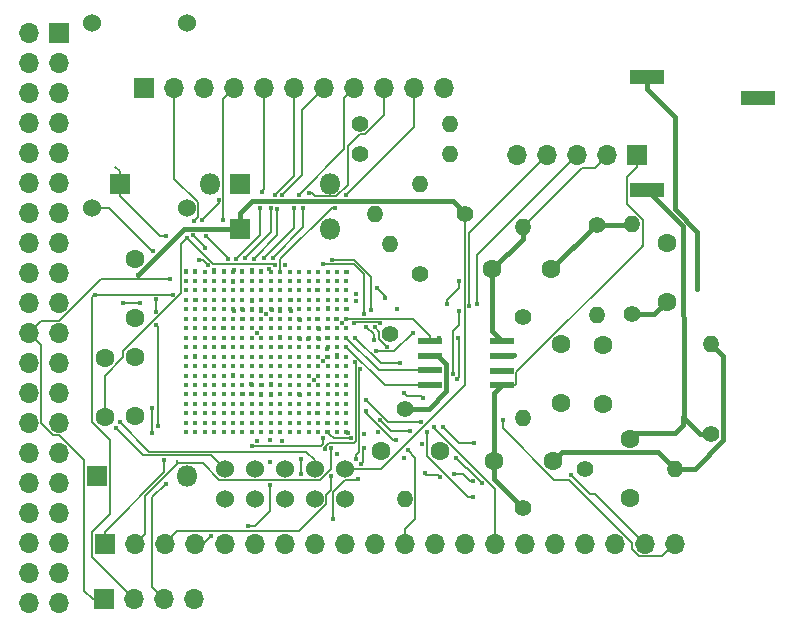
<source format=gbr>
%TF.GenerationSoftware,KiCad,Pcbnew,5.1.5+dfsg1-2build2*%
%TF.CreationDate,2021-11-19T00:53:45-06:00*%
%TF.ProjectId,Audio_Dac_I2S,41756469-6f5f-4446-9163-5f4932532e6b,rev?*%
%TF.SameCoordinates,Original*%
%TF.FileFunction,Copper,L1,Top*%
%TF.FilePolarity,Positive*%
%FSLAX46Y46*%
G04 Gerber Fmt 4.6, Leading zero omitted, Abs format (unit mm)*
G04 Created by KiCad (PCBNEW 5.1.5+dfsg1-2build2) date 2021-11-19 00:53:45*
%MOMM*%
%LPD*%
G04 APERTURE LIST*
%TA.AperFunction,ComponentPad*%
%ADD10O,1.700000X1.700000*%
%TD*%
%TA.AperFunction,ComponentPad*%
%ADD11R,1.700000X1.700000*%
%TD*%
%TA.AperFunction,SMDPad,CuDef*%
%ADD12R,3.000000X1.250000*%
%TD*%
%TA.AperFunction,SMDPad,CuDef*%
%ADD13R,2.000000X0.600000*%
%TD*%
%TA.AperFunction,ComponentPad*%
%ADD14O,1.400000X1.400000*%
%TD*%
%TA.AperFunction,ComponentPad*%
%ADD15C,1.400000*%
%TD*%
%TA.AperFunction,ComponentPad*%
%ADD16C,1.524000*%
%TD*%
%TA.AperFunction,BGAPad,CuDef*%
%ADD17C,0.450000*%
%TD*%
%TA.AperFunction,ComponentPad*%
%ADD18O,1.800000X1.800000*%
%TD*%
%TA.AperFunction,ComponentPad*%
%ADD19R,1.800000X1.800000*%
%TD*%
%TA.AperFunction,ComponentPad*%
%ADD20C,1.600000*%
%TD*%
%TA.AperFunction,ViaPad*%
%ADD21C,0.400000*%
%TD*%
%TA.AperFunction,Conductor*%
%ADD22C,0.400000*%
%TD*%
%TA.AperFunction,Conductor*%
%ADD23C,0.127000*%
%TD*%
G04 APERTURE END LIST*
D10*
%TO.P,PI_OUT1,4*%
%TO.N,DATA*%
X195554600Y-92349320D03*
%TO.P,PI_OUT1,3*%
%TO.N,EN*%
X193014600Y-92349320D03*
%TO.P,PI_OUT1,2*%
%TO.N,INTERR*%
X190474600Y-92349320D03*
D11*
%TO.P,PI_OUT1,1*%
%TO.N,DCLK*%
X187934600Y-92349320D03*
%TD*%
D10*
%TO.P,J2,11*%
%TO.N,GND*%
X216715340Y-49072800D03*
%TO.P,J2,10*%
%TO.N,h1*%
X214175340Y-49072800D03*
%TO.P,J2,9*%
%TO.N,j1*%
X211635340Y-49072800D03*
%TO.P,J2,8*%
%TO.N,k1*%
X209095340Y-49072800D03*
%TO.P,J2,7*%
%TO.N,l1*%
X206555340Y-49072800D03*
%TO.P,J2,6*%
%TO.N,m1*%
X204015340Y-49072800D03*
%TO.P,J2,5*%
%TO.N,n1*%
X201475340Y-49072800D03*
%TO.P,J2,4*%
%TO.N,r1*%
X198935340Y-49072800D03*
%TO.P,J2,3*%
%TO.N,p1*%
X196395340Y-49072800D03*
%TO.P,J2,2*%
%TO.N,u1*%
X193855340Y-49072800D03*
D11*
%TO.P,J2,1*%
%TO.N,GND*%
X191315340Y-49072800D03*
%TD*%
D10*
%TO.P,DBG1,5*%
%TO.N,SDATA*%
X222862140Y-54772560D03*
%TO.P,DBG1,4*%
%TO.N,LRCK*%
X225402140Y-54772560D03*
%TO.P,DBG1,3*%
%TO.N,MCLK*%
X227942140Y-54772560D03*
%TO.P,DBG1,2*%
%TO.N,Net-(C2-Pad2)*%
X230482140Y-54772560D03*
D11*
%TO.P,DBG1,1*%
%TO.N,Net-(C4-Pad2)*%
X233022140Y-54772560D03*
%TD*%
D12*
%TO.P,U2,3*%
%TO.N,Net-(C7-Pad2)*%
X233830000Y-57665000D03*
%TO.P,U2,2*%
%TO.N,Net-(C6-Pad1)*%
X233860000Y-48085000D03*
%TO.P,U2,1*%
%TO.N,GND*%
X243230000Y-49925000D03*
%TD*%
D13*
%TO.P,U1,5*%
%TO.N,Net-(C4-Pad2)*%
X221575000Y-74210000D03*
%TO.P,U1,6*%
%TO.N,GND*%
X221575000Y-72985000D03*
%TO.P,U1,7*%
%TO.N,5Vin*%
X221575000Y-71735000D03*
%TO.P,U1,8*%
%TO.N,Net-(C2-Pad2)*%
X221575000Y-70460000D03*
%TO.P,U1,4*%
%TO.N,MCLK*%
X215500000Y-74235000D03*
%TO.P,U1,3*%
%TO.N,LRCK*%
X215500000Y-72960000D03*
%TO.P,U1,2*%
%TO.N,Net-(R1-Pad1)*%
X215475000Y-71710000D03*
%TO.P,U1,1*%
%TO.N,SDATA*%
X215500000Y-70460000D03*
%TD*%
D14*
%TO.P,R13,2*%
%TO.N,Net-(C4-Pad1)*%
X239306000Y-70739000D03*
D15*
%TO.P,R13,1*%
%TO.N,Net-(C7-Pad2)*%
X239306000Y-78359000D03*
%TD*%
D14*
%TO.P,10k,2*%
%TO.N,Net-(C2-Pad1)*%
X232590000Y-60610000D03*
D15*
%TO.P,10k,1*%
%TO.N,Net-(C6-Pad1)*%
X232590000Y-68230000D03*
%TD*%
D14*
%TO.P,R11,2*%
%TO.N,Net-(C4-Pad1)*%
X236220000Y-81280000D03*
D15*
%TO.P,R11,1*%
%TO.N,GND*%
X228600000Y-81280000D03*
%TD*%
D14*
%TO.P,10k,2*%
%TO.N,GND*%
X229600000Y-68280000D03*
D15*
%TO.P,10k,1*%
%TO.N,Net-(C2-Pad1)*%
X229600000Y-60660000D03*
%TD*%
D14*
%TO.P,R9,2*%
%TO.N,GND*%
X223370000Y-76990000D03*
D15*
%TO.P,R9,1*%
%TO.N,Net-(C4-Pad2)*%
X223370000Y-84610000D03*
%TD*%
D14*
%TO.P,267k,2*%
%TO.N,Net-(C2-Pad2)*%
X223340000Y-60840000D03*
D15*
%TO.P,267k,1*%
%TO.N,GND*%
X223340000Y-68460000D03*
%TD*%
D14*
%TO.P,R7,2*%
%TO.N,V3.3*%
X214630000Y-57150000D03*
D15*
%TO.P,R7,1*%
%TO.N,Net-(IC1-PadH8)*%
X214630000Y-64770000D03*
%TD*%
D14*
%TO.P,R6,2*%
%TO.N,V3.3*%
X217170000Y-54610000D03*
D15*
%TO.P,R6,1*%
%TO.N,Net-(IC1-PadG8)*%
X209550000Y-54610000D03*
%TD*%
D14*
%TO.P,R4,2*%
%TO.N,GND*%
X210820000Y-59690000D03*
D15*
%TO.P,R4,1*%
%TO.N,tck*%
X218440000Y-59690000D03*
%TD*%
D14*
%TO.P,R3,2*%
%TO.N,GND*%
X212090000Y-62230000D03*
D15*
%TO.P,R3,1*%
%TO.N,Net-(IC1-PadG9)*%
X212090000Y-69850000D03*
%TD*%
D14*
%TO.P,R2,2*%
%TO.N,V3.3*%
X217170000Y-52070000D03*
D15*
%TO.P,R2,1*%
%TO.N,Net-(IC1-PadH9)*%
X209550000Y-52070000D03*
%TD*%
D14*
%TO.P,R1,2*%
%TO.N,GND*%
X213360000Y-83820000D03*
D15*
%TO.P,R1,1*%
%TO.N,Net-(R1-Pad1)*%
X213360000Y-76200000D03*
%TD*%
D16*
%TO.P,J14,2*%
%TO.N,GND*%
X198120000Y-83820000D03*
%TO.P,J14,9*%
%TO.N,tdi*%
X198120000Y-81280000D03*
%TO.P,J14,8*%
%TO.N,Net-(J14-Pad8)*%
X200660000Y-83820000D03*
%TO.P,J14,7*%
%TO.N,Net-(J14-Pad7)*%
X200660000Y-81280000D03*
%TO.P,J14,6*%
%TO.N,Net-(J14-Pad6)*%
X203200000Y-83820000D03*
%TO.P,J14,5*%
%TO.N,tms*%
X203200000Y-81280000D03*
%TO.P,J14,4*%
%TO.N,V3.3*%
X205740000Y-83820000D03*
%TO.P,J14,3*%
%TO.N,tdo*%
X205740000Y-81280000D03*
%TO.P,J14,2*%
%TO.N,GND*%
X208280000Y-83820000D03*
%TO.P,J14,1*%
%TO.N,tck*%
X208280000Y-81280000D03*
%TD*%
D10*
%TO.P,J3,20*%
%TO.N,e5*%
X236220000Y-87630000D03*
%TO.P,J3,19*%
%TO.N,e4*%
X233680000Y-87630000D03*
%TO.P,J3,18*%
%TO.N,d18*%
X231140000Y-87630000D03*
%TO.P,J3,17*%
%TO.N,d17*%
X228600000Y-87630000D03*
%TO.P,J3,16*%
%TO.N,d16*%
X226060000Y-87630000D03*
%TO.P,J3,15*%
%TO.N,d15*%
X223520000Y-87630000D03*
%TO.P,J3,14*%
%TO.N,d8*%
X220980000Y-87630000D03*
%TO.P,J3,13*%
%TO.N,d7*%
X218440000Y-87630000D03*
%TO.P,J3,12*%
%TO.N,d6*%
X215900000Y-87630000D03*
%TO.P,J3,11*%
%TO.N,d5*%
X213360000Y-87630000D03*
%TO.P,J3,10*%
%TO.N,d4*%
X210820000Y-87630000D03*
%TO.P,J3,9*%
%TO.N,GND*%
X208280000Y-87630000D03*
%TO.P,J3,8*%
%TO.N,c18*%
X205740000Y-87630000D03*
%TO.P,J3,7*%
%TO.N,c17*%
X203200000Y-87630000D03*
%TO.P,J3,6*%
%TO.N,c10*%
X200660000Y-87630000D03*
%TO.P,J3,5*%
%TO.N,c9*%
X198120000Y-87630000D03*
%TO.P,J3,4*%
%TO.N,c8*%
X195580000Y-87630000D03*
%TO.P,J3,3*%
%TO.N,c7*%
X193040000Y-87630000D03*
%TO.P,J3,2*%
%TO.N,c6*%
X190500000Y-87630000D03*
D11*
%TO.P,J3,1*%
%TO.N,c5*%
X187960000Y-87630000D03*
%TD*%
D10*
%TO.P,J1,40*%
%TO.N,DATA*%
X181540000Y-92660000D03*
%TO.P,J1,39*%
%TO.N,GND*%
X184080000Y-92660000D03*
%TO.P,J1,26*%
%TO.N,Net-(J1-Pad26)*%
X181540000Y-74880000D03*
%TO.P,J1,25*%
%TO.N,GND*%
X184080000Y-74880000D03*
%TO.P,J1,22*%
%TO.N,DCLK*%
X181540000Y-69800000D03*
%TO.P,J1,21*%
%TO.N,Net-(J1-Pad21)*%
X184080000Y-69800000D03*
%TO.P,J1,30*%
%TO.N,GND*%
X181540000Y-79960000D03*
%TO.P,J1,29*%
%TO.N,Net-(J1-Pad29)*%
X184080000Y-79960000D03*
%TO.P,J1,8*%
%TO.N,Net-(J1-Pad8)*%
X181540000Y-52020000D03*
%TO.P,J1,7*%
%TO.N,Net-(J1-Pad7)*%
X184080000Y-52020000D03*
%TO.P,J1,32*%
%TO.N,Net-(J1-Pad32)*%
X181540000Y-82500000D03*
%TO.P,J1,31*%
%TO.N,Net-(J1-Pad31)*%
X184080000Y-82500000D03*
%TO.P,J1,18*%
%TO.N,INTERR*%
X181540000Y-64720000D03*
%TO.P,J1,17*%
%TO.N,V3.3*%
X184080000Y-64720000D03*
%TO.P,J1,36*%
%TO.N,Net-(J1-Pad36)*%
X181540000Y-87580000D03*
%TO.P,J1,35*%
%TO.N,Net-(J1-Pad35)*%
X184080000Y-87580000D03*
%TO.P,J1,34*%
%TO.N,GND*%
X181540000Y-85040000D03*
%TO.P,J1,33*%
%TO.N,Net-(J1-Pad33)*%
X184080000Y-85040000D03*
%TO.P,J1,38*%
%TO.N,Net-(J1-Pad38)*%
X181540000Y-90120000D03*
%TO.P,J1,37*%
%TO.N,Net-(J1-Pad37)*%
X184080000Y-90120000D03*
%TO.P,J1,20*%
%TO.N,GND*%
X181540000Y-67260000D03*
%TO.P,J1,19*%
%TO.N,Net-(J1-Pad19)*%
X184080000Y-67260000D03*
%TO.P,J1,10*%
%TO.N,Net-(J1-Pad10)*%
X181540000Y-54560000D03*
%TO.P,J1,9*%
%TO.N,GND*%
X184080000Y-54560000D03*
%TO.P,J1,14*%
X181540000Y-59640000D03*
%TO.P,J1,13*%
%TO.N,Net-(J1-Pad13)*%
X184080000Y-59640000D03*
%TO.P,J1,28*%
%TO.N,Net-(J1-Pad28)*%
X181540000Y-77420000D03*
%TO.P,J1,27*%
%TO.N,Net-(J1-Pad27)*%
X184080000Y-77420000D03*
%TO.P,J1,12*%
%TO.N,Net-(J1-Pad12)*%
X181540000Y-57100000D03*
%TO.P,J1,11*%
%TO.N,Net-(J1-Pad11)*%
X184080000Y-57100000D03*
%TO.P,J1,24*%
%TO.N,Net-(J1-Pad24)*%
X181540000Y-72340000D03*
%TO.P,J1,23*%
%TO.N,Net-(J1-Pad23)*%
X184080000Y-72340000D03*
D11*
%TO.P,J1,1*%
%TO.N,Net-(J1-Pad1)*%
X184080000Y-44400000D03*
D10*
%TO.P,J1,2*%
%TO.N,5Vin*%
X181540000Y-44400000D03*
%TO.P,J1,5*%
%TO.N,Net-(J1-Pad5)*%
X184080000Y-49480000D03*
%TO.P,J1,4*%
%TO.N,Net-(J1-Pad4)*%
X181540000Y-46940000D03*
%TO.P,J1,16*%
%TO.N,EN*%
X181540000Y-62180000D03*
%TO.P,J1,15*%
%TO.N,Net-(J1-Pad15)*%
X184080000Y-62180000D03*
%TO.P,J1,3*%
%TO.N,Net-(J1-Pad3)*%
X184080000Y-46940000D03*
%TO.P,J1,6*%
%TO.N,GND*%
X181540000Y-49480000D03*
%TD*%
D17*
%TO.P,IC1,V18*%
%TO.N,GND*%
X194820000Y-78200000D03*
%TO.P,IC1,V17*%
%TO.N,Net-(IC1-PadV17)*%
X194820000Y-77400000D03*
%TO.P,IC1,V16*%
%TO.N,Net-(IC1-PadV16)*%
X194820000Y-76600000D03*
%TO.P,IC1,V15*%
%TO.N,Net-(IC1-PadV15)*%
X194820000Y-75800000D03*
%TO.P,IC1,V14*%
%TO.N,Net-(IC1-PadV14)*%
X194820000Y-75000000D03*
%TO.P,IC1,V13*%
%TO.N,Net-(IC1-PadV13)*%
X194820000Y-74200000D03*
%TO.P,IC1,V12*%
%TO.N,Net-(IC1-PadV12)*%
X194820000Y-73400000D03*
%TO.P,IC1,V11*%
%TO.N,Net-(IC1-PadV11)*%
X194820000Y-72600000D03*
%TO.P,IC1,V10*%
%TO.N,Net-(IC1-PadV10)*%
X194820000Y-71800000D03*
%TO.P,IC1,V9*%
%TO.N,Net-(IC1-PadV9)*%
X194820000Y-71000000D03*
%TO.P,IC1,V8*%
%TO.N,Net-(IC1-PadV8)*%
X194820000Y-70200000D03*
%TO.P,IC1,V7*%
%TO.N,Net-(IC1-PadV7)*%
X194820000Y-69400000D03*
%TO.P,IC1,V6*%
%TO.N,Net-(IC1-PadV6)*%
X194820000Y-68600000D03*
%TO.P,IC1,V5*%
%TO.N,Net-(IC1-PadV5)*%
X194820000Y-67800000D03*
%TO.P,IC1,V4*%
%TO.N,Net-(IC1-PadV4)*%
X194820000Y-67000000D03*
%TO.P,IC1,V3*%
%TO.N,Net-(IC1-PadV3)*%
X194820000Y-66200000D03*
%TO.P,IC1,V2*%
%TO.N,Net-(IC1-PadV2)*%
X194820000Y-65400000D03*
%TO.P,IC1,V1*%
%TO.N,GND*%
X194820000Y-64600000D03*
%TO.P,IC1,U18*%
%TO.N,Net-(IC1-PadU18)*%
X195620000Y-78200000D03*
%TO.P,IC1,U17*%
%TO.N,Net-(IC1-PadU17)*%
X195620000Y-77400000D03*
%TO.P,IC1,U16*%
%TO.N,Net-(IC1-PadU16)*%
X195620000Y-76600000D03*
%TO.P,IC1,U15*%
%TO.N,Net-(IC1-PadU15)*%
X195620000Y-75800000D03*
%TO.P,IC1,U14*%
%TO.N,GND*%
X195620000Y-75000000D03*
%TO.P,IC1,U13*%
%TO.N,Net-(IC1-PadU13)*%
X195620000Y-74200000D03*
%TO.P,IC1,U12*%
%TO.N,Net-(IC1-PadU12)*%
X195620000Y-73400000D03*
%TO.P,IC1,U11*%
%TO.N,Net-(IC1-PadU11)*%
X195620000Y-72600000D03*
%TO.P,IC1,U10*%
%TO.N,GND*%
X195620000Y-71800000D03*
%TO.P,IC1,U9*%
%TO.N,Net-(IC1-PadU9)*%
X195620000Y-71000000D03*
%TO.P,IC1,U8*%
%TO.N,Net-(IC1-PadU8)*%
X195620000Y-70200000D03*
%TO.P,IC1,U7*%
%TO.N,Net-(IC1-PadU7)*%
X195620000Y-69400000D03*
%TO.P,IC1,U6*%
%TO.N,Net-(IC1-PadU6)*%
X195620000Y-68600000D03*
%TO.P,IC1,U5*%
%TO.N,Net-(IC1-PadU5)*%
X195620000Y-67800000D03*
%TO.P,IC1,U4*%
%TO.N,GND*%
X195620000Y-67000000D03*
%TO.P,IC1,U3*%
%TO.N,Net-(IC1-PadU3)*%
X195620000Y-66200000D03*
%TO.P,IC1,U2*%
%TO.N,Net-(IC1-PadU2)*%
X195620000Y-65400000D03*
%TO.P,IC1,U1*%
%TO.N,u1*%
X195620000Y-64600000D03*
%TO.P,IC1,T18*%
%TO.N,Net-(IC1-PadT18)*%
X196420000Y-78200000D03*
%TO.P,IC1,T17*%
%TO.N,Net-(IC1-PadT17)*%
X196420000Y-77400000D03*
%TO.P,IC1,T16*%
%TO.N,Net-(IC1-PadT16)*%
X196420000Y-76600000D03*
%TO.P,IC1,T15*%
%TO.N,Net-(IC1-PadT15)*%
X196420000Y-75800000D03*
%TO.P,IC1,T14*%
%TO.N,Net-(IC1-PadT14)*%
X196420000Y-75000000D03*
%TO.P,IC1,T13*%
%TO.N,Net-(IC1-PadT13)*%
X196420000Y-74200000D03*
%TO.P,IC1,T12*%
%TO.N,Net-(IC1-PadT12)*%
X196420000Y-73400000D03*
%TO.P,IC1,T11*%
%TO.N,Net-(IC1-PadT11)*%
X196420000Y-72600000D03*
%TO.P,IC1,T10*%
%TO.N,Net-(IC1-PadT10)*%
X196420000Y-71800000D03*
%TO.P,IC1,T9*%
%TO.N,Net-(IC1-PadT9)*%
X196420000Y-71000000D03*
%TO.P,IC1,T8*%
%TO.N,Net-(IC1-PadT8)*%
X196420000Y-70200000D03*
%TO.P,IC1,T7*%
%TO.N,Net-(IC1-PadT7)*%
X196420000Y-69400000D03*
%TO.P,IC1,T6*%
%TO.N,Net-(IC1-PadT6)*%
X196420000Y-68600000D03*
%TO.P,IC1,T5*%
%TO.N,Net-(IC1-PadT5)*%
X196420000Y-67800000D03*
%TO.P,IC1,T4*%
%TO.N,Net-(IC1-PadT4)*%
X196420000Y-67000000D03*
%TO.P,IC1,T3*%
%TO.N,Net-(IC1-PadT3)*%
X196420000Y-66200000D03*
%TO.P,IC1,T2*%
%TO.N,Net-(IC1-PadT2)*%
X196420000Y-65400000D03*
%TO.P,IC1,T1*%
%TO.N,Net-(IC1-PadT1)*%
X196420000Y-64600000D03*
%TO.P,IC1,R18*%
%TO.N,Net-(IC1-PadR18)*%
X197220000Y-78200000D03*
%TO.P,IC1,R17*%
%TO.N,Net-(IC1-PadR17)*%
X197220000Y-77400000D03*
%TO.P,IC1,R16*%
%TO.N,Net-(IC1-PadR16)*%
X197220000Y-76600000D03*
%TO.P,IC1,R15*%
%TO.N,Net-(IC1-PadR15)*%
X197220000Y-75800000D03*
%TO.P,IC1,R14*%
%TO.N,Net-(IC1-PadR14)*%
X197220000Y-75000000D03*
%TO.P,IC1,R13*%
%TO.N,Net-(IC1-PadR13)*%
X197220000Y-74200000D03*
%TO.P,IC1,R12*%
%TO.N,Net-(IC1-PadR12)*%
X197220000Y-73400000D03*
%TO.P,IC1,R11*%
%TO.N,Net-(IC1-PadR11)*%
X197220000Y-72600000D03*
%TO.P,IC1,R10*%
%TO.N,Net-(IC1-PadR10)*%
X197220000Y-71800000D03*
%TO.P,IC1,R9*%
%TO.N,Net-(IC1-PadR9)*%
X197220000Y-71000000D03*
%TO.P,IC1,R8*%
%TO.N,Net-(IC1-PadR8)*%
X197220000Y-70200000D03*
%TO.P,IC1,R7*%
%TO.N,GND*%
X197220000Y-69400000D03*
%TO.P,IC1,R6*%
%TO.N,Net-(IC1-PadR6)*%
X197220000Y-68600000D03*
%TO.P,IC1,R5*%
%TO.N,Net-(IC1-PadR5)*%
X197220000Y-67800000D03*
%TO.P,IC1,R4*%
%TO.N,Net-(IC1-PadR4)*%
X197220000Y-67000000D03*
%TO.P,IC1,R3*%
%TO.N,Net-(IC1-PadR3)*%
X197220000Y-66200000D03*
%TO.P,IC1,R2*%
%TO.N,Net-(IC1-PadR2)*%
X197220000Y-65400000D03*
%TO.P,IC1,R1*%
%TO.N,r1*%
X197220000Y-64600000D03*
%TO.P,IC1,P18*%
%TO.N,Net-(IC1-PadP18)*%
X198020000Y-78200000D03*
%TO.P,IC1,P17*%
%TO.N,Net-(IC1-PadP17)*%
X198020000Y-77400000D03*
%TO.P,IC1,P16*%
%TO.N,Net-(IC1-PadP16)*%
X198020000Y-76600000D03*
%TO.P,IC1,P15*%
%TO.N,Net-(IC1-PadP15)*%
X198020000Y-75800000D03*
%TO.P,IC1,P14*%
%TO.N,Net-(IC1-PadP14)*%
X198020000Y-75000000D03*
%TO.P,IC1,P13*%
%TO.N,V3.3*%
X198020000Y-74200000D03*
%TO.P,IC1,P12*%
%TO.N,Net-(IC1-PadP12)*%
X198020000Y-73400000D03*
%TO.P,IC1,P11*%
%TO.N,Net-(IC1-PadP11)*%
X198020000Y-72600000D03*
%TO.P,IC1,P10*%
%TO.N,Net-(IC1-PadP10)*%
X198020000Y-71800000D03*
%TO.P,IC1,P9*%
%TO.N,V3.3*%
X198020000Y-71000000D03*
%TO.P,IC1,P8*%
X198020000Y-70200000D03*
%TO.P,IC1,P7*%
X198020000Y-69400000D03*
%TO.P,IC1,P6*%
%TO.N,Net-(IC1-PadP6)*%
X198020000Y-68600000D03*
%TO.P,IC1,P5*%
%TO.N,Net-(IC1-PadP5)*%
X198020000Y-67800000D03*
%TO.P,IC1,P4*%
%TO.N,Net-(IC1-PadP4)*%
X198020000Y-67000000D03*
%TO.P,IC1,P3*%
%TO.N,Net-(IC1-PadP3)*%
X198020000Y-66200000D03*
%TO.P,IC1,P2*%
%TO.N,Net-(IC1-PadP2)*%
X198020000Y-65400000D03*
%TO.P,IC1,P1*%
%TO.N,p1*%
X198020000Y-64600000D03*
%TO.P,IC1,N18*%
%TO.N,Net-(IC1-PadN18)*%
X198820000Y-78200000D03*
%TO.P,IC1,N17*%
%TO.N,GND*%
X198820000Y-77400000D03*
%TO.P,IC1,N16*%
%TO.N,Net-(IC1-PadN16)*%
X198820000Y-76600000D03*
%TO.P,IC1,N15*%
%TO.N,Net-(IC1-PadN15)*%
X198820000Y-75800000D03*
%TO.P,IC1,N14*%
%TO.N,Net-(IC1-PadN14)*%
X198820000Y-75000000D03*
%TO.P,IC1,N13*%
%TO.N,Net-(IC1-PadN13)*%
X198820000Y-74200000D03*
%TO.P,IC1,N12*%
%TO.N,GND*%
X198820000Y-73400000D03*
%TO.P,IC1,N11*%
%TO.N,Net-(IC1-PadN11)*%
X198820000Y-72600000D03*
%TO.P,IC1,N10*%
%TO.N,GND*%
X198820000Y-71800000D03*
%TO.P,IC1,N9*%
%TO.N,V3.3*%
X198820000Y-71000000D03*
%TO.P,IC1,N8*%
%TO.N,Net-(IC1-PadN8)*%
X198820000Y-70200000D03*
%TO.P,IC1,N7*%
%TO.N,Net-(IC1-PadN7)*%
X198820000Y-69400000D03*
%TO.P,IC1,N6*%
%TO.N,Net-(IC1-PadN6)*%
X198820000Y-68600000D03*
%TO.P,IC1,N5*%
%TO.N,GND*%
X198820000Y-67800000D03*
%TO.P,IC1,N4*%
%TO.N,Net-(IC1-PadN4)*%
X198820000Y-67000000D03*
%TO.P,IC1,N3*%
%TO.N,Net-(IC1-PadN3)*%
X198820000Y-66200000D03*
%TO.P,IC1,N2*%
%TO.N,GND*%
X198820000Y-65400000D03*
%TO.P,IC1,N1*%
%TO.N,n1*%
X198820000Y-64600000D03*
%TO.P,IC1,M18*%
%TO.N,Net-(IC1-PadM18)*%
X199620000Y-78200000D03*
%TO.P,IC1,M17*%
%TO.N,Net-(IC1-PadM17)*%
X199620000Y-77400000D03*
%TO.P,IC1,M16*%
%TO.N,Net-(IC1-PadM16)*%
X199620000Y-76600000D03*
%TO.P,IC1,M15*%
%TO.N,Net-(IC1-PadM15)*%
X199620000Y-75800000D03*
%TO.P,IC1,M14*%
%TO.N,GND*%
X199620000Y-75000000D03*
%TO.P,IC1,M13*%
%TO.N,V3.3*%
X199620000Y-74200000D03*
%TO.P,IC1,M12*%
%TO.N,Net-(IC1-PadM12)*%
X199620000Y-73400000D03*
%TO.P,IC1,M11*%
%TO.N,Net-(IC1-PadM11)*%
X199620000Y-72600000D03*
%TO.P,IC1,M10*%
%TO.N,Net-(IC1-PadM10)*%
X199620000Y-71800000D03*
%TO.P,IC1,M9*%
%TO.N,Net-(IC1-PadM9)*%
X199620000Y-71000000D03*
%TO.P,IC1,M8*%
%TO.N,Net-(IC1-PadM8)*%
X199620000Y-70200000D03*
%TO.P,IC1,M7*%
%TO.N,Net-(IC1-PadM7)*%
X199620000Y-69400000D03*
%TO.P,IC1,M6*%
%TO.N,V3.3*%
X199620000Y-68600000D03*
%TO.P,IC1,M5*%
X199620000Y-67800000D03*
%TO.P,IC1,M4*%
%TO.N,Net-(IC1-PadM4)*%
X199620000Y-67000000D03*
%TO.P,IC1,M3*%
%TO.N,CLK*%
X199620000Y-66200000D03*
%TO.P,IC1,M2*%
%TO.N,Net-(IC1-PadM2)*%
X199620000Y-65400000D03*
%TO.P,IC1,M1*%
%TO.N,m1*%
X199620000Y-64600000D03*
%TO.P,IC1,L18*%
%TO.N,Net-(IC1-PadL18)*%
X200420000Y-78200000D03*
%TO.P,IC1,L17*%
%TO.N,Net-(IC1-PadL17)*%
X200420000Y-77400000D03*
%TO.P,IC1,L16*%
%TO.N,Net-(IC1-PadL16)*%
X200420000Y-76600000D03*
%TO.P,IC1,L15*%
%TO.N,Net-(IC1-PadL15)*%
X200420000Y-75800000D03*
%TO.P,IC1,L14*%
%TO.N,V3.3*%
X200420000Y-75000000D03*
%TO.P,IC1,L13*%
X200420000Y-74200000D03*
%TO.P,IC1,L12*%
%TO.N,Net-(IC1-PadL12)*%
X200420000Y-73400000D03*
%TO.P,IC1,L11*%
%TO.N,Net-(IC1-PadL11)*%
X200420000Y-72600000D03*
%TO.P,IC1,L10*%
%TO.N,Net-(IC1-PadL10)*%
X200420000Y-71800000D03*
%TO.P,IC1,L9*%
%TO.N,Net-(IC1-PadL9)*%
X200420000Y-71000000D03*
%TO.P,IC1,L8*%
%TO.N,Net-(IC1-PadL8)*%
X200420000Y-70200000D03*
%TO.P,IC1,L7*%
%TO.N,Net-(IC1-PadL7)*%
X200420000Y-69400000D03*
%TO.P,IC1,L6*%
%TO.N,V3.3*%
X200420000Y-68600000D03*
%TO.P,IC1,L5*%
X200420000Y-67800000D03*
%TO.P,IC1,L4*%
%TO.N,GND*%
X200420000Y-67000000D03*
%TO.P,IC1,L3*%
%TO.N,Net-(IC1-PadL3)*%
X200420000Y-66200000D03*
%TO.P,IC1,L2*%
%TO.N,Net-(IC1-PadL2)*%
X200420000Y-65400000D03*
%TO.P,IC1,L1*%
%TO.N,l1*%
X200420000Y-64600000D03*
%TO.P,IC1,K18*%
%TO.N,Net-(IC1-PadK18)*%
X201220000Y-78200000D03*
%TO.P,IC1,K17*%
%TO.N,Net-(IC1-PadK17)*%
X201220000Y-77400000D03*
%TO.P,IC1,K16*%
%TO.N,Net-(IC1-PadK16)*%
X201220000Y-76600000D03*
%TO.P,IC1,K15*%
%TO.N,Net-(IC1-PadK15)*%
X201220000Y-75800000D03*
%TO.P,IC1,K14*%
%TO.N,V3.3*%
X201220000Y-75000000D03*
%TO.P,IC1,K13*%
%TO.N,GND*%
X201220000Y-74200000D03*
%TO.P,IC1,K12*%
%TO.N,Net-(IC1-PadK12)*%
X201220000Y-73400000D03*
%TO.P,IC1,K11*%
%TO.N,Net-(IC1-PadK11)*%
X201220000Y-72600000D03*
%TO.P,IC1,K10*%
%TO.N,Net-(IC1-PadK10)*%
X201220000Y-71800000D03*
%TO.P,IC1,K9*%
%TO.N,GND*%
X201220000Y-71000000D03*
%TO.P,IC1,K8*%
%TO.N,Net-(IC1-PadK8)*%
X201220000Y-70200000D03*
%TO.P,IC1,K7*%
%TO.N,Net-(IC1-PadK7)*%
X201220000Y-69400000D03*
%TO.P,IC1,K6*%
%TO.N,GND*%
X201220000Y-68600000D03*
%TO.P,IC1,K5*%
%TO.N,V3.3*%
X201220000Y-67800000D03*
%TO.P,IC1,K4*%
%TO.N,Net-(IC1-PadK4)*%
X201220000Y-67000000D03*
%TO.P,IC1,K3*%
%TO.N,Net-(IC1-PadK3)*%
X201220000Y-66200000D03*
%TO.P,IC1,K2*%
%TO.N,Net-(IC1-PadK2)*%
X201220000Y-65400000D03*
%TO.P,IC1,K1*%
%TO.N,k1*%
X201220000Y-64600000D03*
%TO.P,IC1,J18*%
%TO.N,Net-(IC1-PadJ18)*%
X202020000Y-78200000D03*
%TO.P,IC1,J17*%
%TO.N,GND*%
X202020000Y-77400000D03*
%TO.P,IC1,J16*%
%TO.N,Net-(IC1-PadJ16)*%
X202020000Y-76600000D03*
%TO.P,IC1,J15*%
%TO.N,Net-(IC1-PadJ15)*%
X202020000Y-75800000D03*
%TO.P,IC1,J14*%
%TO.N,V3.3*%
X202020000Y-75000000D03*
%TO.P,IC1,J13*%
X202020000Y-74200000D03*
%TO.P,IC1,J12*%
%TO.N,Net-(IC1-PadJ12)*%
X202020000Y-73400000D03*
%TO.P,IC1,J11*%
%TO.N,Net-(IC1-PadJ11)*%
X202020000Y-72600000D03*
%TO.P,IC1,J10*%
%TO.N,GND*%
X202020000Y-71800000D03*
%TO.P,IC1,J9*%
%TO.N,Net-(IC1-PadJ9)*%
X202020000Y-71000000D03*
%TO.P,IC1,J8*%
%TO.N,tck*%
X202020000Y-70200000D03*
%TO.P,IC1,J7*%
%TO.N,tms*%
X202020000Y-69400000D03*
%TO.P,IC1,J6*%
%TO.N,Net-(IC1-PadJ6)*%
X202020000Y-68600000D03*
%TO.P,IC1,J5*%
%TO.N,V3.3*%
X202020000Y-67800000D03*
%TO.P,IC1,J4*%
%TO.N,Net-(IC1-PadJ4)*%
X202020000Y-67000000D03*
%TO.P,IC1,J3*%
%TO.N,Net-(IC1-PadJ3)*%
X202020000Y-66200000D03*
%TO.P,IC1,J2*%
%TO.N,Net-(IC1-PadJ2)*%
X202020000Y-65400000D03*
%TO.P,IC1,J1*%
%TO.N,j1*%
X202020000Y-64600000D03*
%TO.P,IC1,H18*%
%TO.N,Net-(IC1-PadH18)*%
X202820000Y-78200000D03*
%TO.P,IC1,H17*%
%TO.N,Net-(IC1-PadH17)*%
X202820000Y-77400000D03*
%TO.P,IC1,H16*%
%TO.N,Net-(IC1-PadH16)*%
X202820000Y-76600000D03*
%TO.P,IC1,H15*%
%TO.N,Net-(IC1-PadH15)*%
X202820000Y-75800000D03*
%TO.P,IC1,H14*%
%TO.N,GND*%
X202820000Y-75000000D03*
%TO.P,IC1,H13*%
%TO.N,V3.3*%
X202820000Y-74200000D03*
%TO.P,IC1,H12*%
%TO.N,Net-(IC1-PadH12)*%
X202820000Y-73400000D03*
%TO.P,IC1,H11*%
%TO.N,Net-(IC1-PadH11)*%
X202820000Y-72600000D03*
%TO.P,IC1,H10*%
%TO.N,Net-(IC1-PadH10)*%
X202820000Y-71800000D03*
%TO.P,IC1,H9*%
%TO.N,Net-(IC1-PadH9)*%
X202820000Y-71000000D03*
%TO.P,IC1,H8*%
%TO.N,Net-(IC1-PadH8)*%
X202820000Y-70200000D03*
%TO.P,IC1,H7*%
%TO.N,Net-(IC1-PadH7)*%
X202820000Y-69400000D03*
%TO.P,IC1,H6*%
%TO.N,Net-(IC1-PadH6)*%
X202820000Y-68600000D03*
%TO.P,IC1,H5*%
%TO.N,V3.3*%
X202820000Y-67800000D03*
%TO.P,IC1,H4*%
%TO.N,tdo*%
X202820000Y-67000000D03*
%TO.P,IC1,H3*%
%TO.N,tdi*%
X202820000Y-66200000D03*
%TO.P,IC1,H2*%
%TO.N,Net-(IC1-PadH2)*%
X202820000Y-65400000D03*
%TO.P,IC1,H1*%
%TO.N,h1*%
X202820000Y-64600000D03*
%TO.P,IC1,G18*%
%TO.N,Net-(IC1-PadG18)*%
X203620000Y-78200000D03*
%TO.P,IC1,G17*%
%TO.N,Net-(IC1-PadG17)*%
X203620000Y-77400000D03*
%TO.P,IC1,G16*%
%TO.N,Net-(IC1-PadG16)*%
X203620000Y-76600000D03*
%TO.P,IC1,G15*%
%TO.N,Net-(IC1-PadG15)*%
X203620000Y-75800000D03*
%TO.P,IC1,G14*%
%TO.N,V3.3*%
X203620000Y-75000000D03*
%TO.P,IC1,G13*%
X203620000Y-74200000D03*
%TO.P,IC1,G12*%
%TO.N,Net-(IC1-PadG12)*%
X203620000Y-73400000D03*
%TO.P,IC1,G11*%
%TO.N,Net-(IC1-PadG11)*%
X203620000Y-72600000D03*
%TO.P,IC1,G10*%
%TO.N,Net-(IC1-PadG10)*%
X203620000Y-71800000D03*
%TO.P,IC1,G9*%
%TO.N,Net-(IC1-PadG9)*%
X203620000Y-71000000D03*
%TO.P,IC1,G8*%
%TO.N,Net-(IC1-PadG8)*%
X203620000Y-70200000D03*
%TO.P,IC1,G7*%
%TO.N,Net-(IC1-PadG7)*%
X203620000Y-69400000D03*
%TO.P,IC1,G6*%
%TO.N,Net-(IC1-PadG6)*%
X203620000Y-68600000D03*
%TO.P,IC1,G5*%
%TO.N,V3.3*%
X203620000Y-67800000D03*
%TO.P,IC1,G4*%
%TO.N,GND*%
X203620000Y-67000000D03*
%TO.P,IC1,G3*%
%TO.N,Net-(IC1-PadG3)*%
X203620000Y-66200000D03*
%TO.P,IC1,G2*%
%TO.N,GND*%
X203620000Y-65400000D03*
%TO.P,IC1,G1*%
%TO.N,Net-(IC1-PadG1)*%
X203620000Y-64600000D03*
%TO.P,IC1,F18*%
%TO.N,Net-(IC1-PadF18)*%
X204420000Y-78200000D03*
%TO.P,IC1,F17*%
%TO.N,GND*%
X204420000Y-77400000D03*
%TO.P,IC1,F16*%
%TO.N,Net-(IC1-PadF16)*%
X204420000Y-76600000D03*
%TO.P,IC1,F15*%
%TO.N,Net-(IC1-PadF15)*%
X204420000Y-75800000D03*
%TO.P,IC1,F14*%
%TO.N,V3.3*%
X204420000Y-75000000D03*
%TO.P,IC1,F13*%
%TO.N,Net-(IC1-PadF13)*%
X204420000Y-74200000D03*
%TO.P,IC1,F12*%
%TO.N,Net-(IC1-PadF12)*%
X204420000Y-73400000D03*
%TO.P,IC1,F11*%
%TO.N,Net-(IC1-PadF11)*%
X204420000Y-72600000D03*
%TO.P,IC1,F10*%
%TO.N,Net-(IC1-PadF10)*%
X204420000Y-71800000D03*
%TO.P,IC1,F9*%
%TO.N,V3.3*%
X204420000Y-71000000D03*
%TO.P,IC1,F8*%
%TO.N,GND*%
X204420000Y-70200000D03*
%TO.P,IC1,F7*%
%TO.N,Net-(IC1-PadF7)*%
X204420000Y-69400000D03*
%TO.P,IC1,F6*%
%TO.N,V3.3*%
X204420000Y-68600000D03*
%TO.P,IC1,F5*%
%TO.N,Net-(IC1-PadF5)*%
X204420000Y-67800000D03*
%TO.P,IC1,F4*%
%TO.N,Net-(IC1-PadF4)*%
X204420000Y-67000000D03*
%TO.P,IC1,F3*%
%TO.N,Net-(IC1-PadF3)*%
X204420000Y-66200000D03*
%TO.P,IC1,F2*%
%TO.N,Net-(IC1-PadF2)*%
X204420000Y-65400000D03*
%TO.P,IC1,F1*%
%TO.N,Net-(IC1-PadF1)*%
X204420000Y-64600000D03*
%TO.P,IC1,E18*%
%TO.N,Net-(IC1-PadE18)*%
X205220000Y-78200000D03*
%TO.P,IC1,E17*%
%TO.N,Net-(IC1-PadE17)*%
X205220000Y-77400000D03*
%TO.P,IC1,E16*%
%TO.N,Net-(IC1-PadE16)*%
X205220000Y-76600000D03*
%TO.P,IC1,E15*%
%TO.N,Net-(IC1-PadE15)*%
X205220000Y-75800000D03*
%TO.P,IC1,E14*%
%TO.N,Net-(IC1-PadE14)*%
X205220000Y-75000000D03*
%TO.P,IC1,E13*%
%TO.N,GND*%
X205220000Y-74200000D03*
%TO.P,IC1,E12*%
%TO.N,Net-(IC1-PadE12)*%
X205220000Y-73400000D03*
%TO.P,IC1,E11*%
%TO.N,Net-(IC1-PadE11)*%
X205220000Y-72600000D03*
%TO.P,IC1,E10*%
%TO.N,GND*%
X205220000Y-71800000D03*
%TO.P,IC1,E9*%
%TO.N,V3.3*%
X205220000Y-71000000D03*
%TO.P,IC1,E8*%
X205220000Y-70200000D03*
%TO.P,IC1,E7*%
%TO.N,VCCIO_B8*%
X205220000Y-69400000D03*
%TO.P,IC1,E6*%
%TO.N,GND*%
X205220000Y-68600000D03*
%TO.P,IC1,E5*%
%TO.N,e5*%
X205220000Y-67800000D03*
%TO.P,IC1,E4*%
%TO.N,e4*%
X205220000Y-67000000D03*
%TO.P,IC1,E3*%
%TO.N,Net-(IC1-PadE3)*%
X205220000Y-66200000D03*
%TO.P,IC1,E2*%
%TO.N,Net-(IC1-PadE2)*%
X205220000Y-65400000D03*
%TO.P,IC1,E1*%
%TO.N,Net-(IC1-PadE1)*%
X205220000Y-64600000D03*
%TO.P,IC1,D18*%
%TO.N,d18*%
X206020000Y-78200000D03*
%TO.P,IC1,D17*%
%TO.N,d17*%
X206020000Y-77400000D03*
%TO.P,IC1,D16*%
%TO.N,d16*%
X206020000Y-76600000D03*
%TO.P,IC1,D15*%
%TO.N,d15*%
X206020000Y-75800000D03*
%TO.P,IC1,D14*%
%TO.N,Net-(IC1-PadD14)*%
X206020000Y-75000000D03*
%TO.P,IC1,D13*%
%TO.N,Net-(IC1-PadD13)*%
X206020000Y-74200000D03*
%TO.P,IC1,D12*%
%TO.N,Net-(IC1-PadD12)*%
X206020000Y-73400000D03*
%TO.P,IC1,D11*%
%TO.N,Net-(IC1-PadD11)*%
X206020000Y-72600000D03*
%TO.P,IC1,D10*%
%TO.N,Net-(IC1-PadD10)*%
X206020000Y-71800000D03*
%TO.P,IC1,D9*%
%TO.N,Net-(IC1-PadD9)*%
X206020000Y-71000000D03*
%TO.P,IC1,D8*%
%TO.N,d8*%
X206020000Y-70200000D03*
%TO.P,IC1,D7*%
%TO.N,d7*%
X206020000Y-69400000D03*
%TO.P,IC1,D6*%
%TO.N,d6*%
X206020000Y-68600000D03*
%TO.P,IC1,D5*%
%TO.N,d5*%
X206020000Y-67800000D03*
%TO.P,IC1,D4*%
%TO.N,d4*%
X206020000Y-67000000D03*
%TO.P,IC1,D3*%
%TO.N,GND*%
X206020000Y-66200000D03*
%TO.P,IC1,D2*%
%TO.N,Net-(IC1-PadD2)*%
X206020000Y-65400000D03*
%TO.P,IC1,D1*%
%TO.N,Net-(IC1-PadD1)*%
X206020000Y-64600000D03*
%TO.P,IC1,C18*%
%TO.N,c18*%
X206820000Y-78200000D03*
%TO.P,IC1,C17*%
%TO.N,c17*%
X206820000Y-77400000D03*
%TO.P,IC1,C16*%
%TO.N,Net-(IC1-PadC16)*%
X206820000Y-76600000D03*
%TO.P,IC1,C15*%
%TO.N,Net-(IC1-PadC15)*%
X206820000Y-75800000D03*
%TO.P,IC1,C14*%
%TO.N,Net-(IC1-PadC14)*%
X206820000Y-75000000D03*
%TO.P,IC1,C13*%
%TO.N,Net-(IC1-PadC13)*%
X206820000Y-74200000D03*
%TO.P,IC1,C12*%
%TO.N,Net-(IC1-PadC12)*%
X206820000Y-73400000D03*
%TO.P,IC1,C11*%
%TO.N,Net-(IC1-PadC11)*%
X206820000Y-72600000D03*
%TO.P,IC1,C10*%
%TO.N,c10*%
X206820000Y-71800000D03*
%TO.P,IC1,C9*%
%TO.N,c9*%
X206820000Y-71000000D03*
%TO.P,IC1,C8*%
%TO.N,c8*%
X206820000Y-70200000D03*
%TO.P,IC1,C7*%
%TO.N,c7*%
X206820000Y-69400000D03*
%TO.P,IC1,C6*%
%TO.N,c6*%
X206820000Y-68600000D03*
%TO.P,IC1,C5*%
%TO.N,c5*%
X206820000Y-67800000D03*
%TO.P,IC1,C4*%
%TO.N,Net-(IC1-PadC4)*%
X206820000Y-67000000D03*
%TO.P,IC1,C3*%
%TO.N,Net-(IC1-PadC3)*%
X206820000Y-66200000D03*
%TO.P,IC1,C2*%
%TO.N,Net-(IC1-PadC2)*%
X206820000Y-65400000D03*
%TO.P,IC1,C1*%
%TO.N,Net-(IC1-PadC1)*%
X206820000Y-64600000D03*
%TO.P,IC1,B18*%
%TO.N,Net-(IC1-PadB18)*%
X207620000Y-78200000D03*
%TO.P,IC1,B17*%
%TO.N,Net-(IC1-PadB17)*%
X207620000Y-77400000D03*
%TO.P,IC1,B16*%
%TO.N,Net-(IC1-PadB16)*%
X207620000Y-76600000D03*
%TO.P,IC1,B15*%
%TO.N,GND*%
X207620000Y-75800000D03*
%TO.P,IC1,B14*%
%TO.N,Net-(IC1-PadB14)*%
X207620000Y-75000000D03*
%TO.P,IC1,B13*%
%TO.N,Net-(IC1-PadB13)*%
X207620000Y-74200000D03*
%TO.P,IC1,B12*%
%TO.N,Net-(IC1-PadB12)*%
X207620000Y-73400000D03*
%TO.P,IC1,B11*%
%TO.N,Net-(IC1-PadB11)*%
X207620000Y-72600000D03*
%TO.P,IC1,B10*%
%TO.N,GND*%
X207620000Y-71800000D03*
%TO.P,IC1,B9*%
%TO.N,Net-(IC1-PadB9)*%
X207620000Y-71000000D03*
%TO.P,IC1,B8*%
%TO.N,Net-(IC1-PadB8)*%
X207620000Y-70200000D03*
%TO.P,IC1,B7*%
%TO.N,Net-(IC1-PadB7)*%
X207620000Y-69400000D03*
%TO.P,IC1,B6*%
%TO.N,GND*%
X207620000Y-68600000D03*
%TO.P,IC1,B5*%
%TO.N,Net-(IC1-PadB5)*%
X207620000Y-67800000D03*
%TO.P,IC1,B4*%
%TO.N,Net-(IC1-PadB4)*%
X207620000Y-67000000D03*
%TO.P,IC1,B3*%
%TO.N,Net-(IC1-PadB3)*%
X207620000Y-66200000D03*
%TO.P,IC1,B2*%
%TO.N,Net-(IC1-PadB2)*%
X207620000Y-65400000D03*
%TO.P,IC1,B1*%
%TO.N,Net-(IC1-PadB1)*%
X207620000Y-64600000D03*
%TO.P,IC1,A18*%
%TO.N,GND*%
X208420000Y-78200000D03*
%TO.P,IC1,A17*%
%TO.N,Net-(IC1-PadA17)*%
X208420000Y-77400000D03*
%TO.P,IC1,A16*%
%TO.N,Net-(IC1-PadA16)*%
X208420000Y-76600000D03*
%TO.P,IC1,A15*%
%TO.N,Net-(IC1-PadA15)*%
X208420000Y-75800000D03*
%TO.P,IC1,A14*%
%TO.N,Net-(IC1-PadA14)*%
X208420000Y-75000000D03*
%TO.P,IC1,A13*%
%TO.N,Net-(IC1-PadA13)*%
X208420000Y-74200000D03*
%TO.P,IC1,A12*%
%TO.N,Net-(IC1-PadA12)*%
X208420000Y-73400000D03*
%TO.P,IC1,A11*%
%TO.N,Net-(IC1-PadA11)*%
X208420000Y-72600000D03*
%TO.P,IC1,A10*%
%TO.N,Net-(IC1-PadA10)*%
X208420000Y-71800000D03*
%TO.P,IC1,A9*%
%TO.N,MCLK*%
X208420000Y-71000000D03*
%TO.P,IC1,A8*%
%TO.N,LRCK*%
X208420000Y-70200000D03*
%TO.P,IC1,A7*%
%TO.N,Net-(IC1-PadA7)*%
X208420000Y-69400000D03*
%TO.P,IC1,A6*%
%TO.N,SDATA*%
X208420000Y-68600000D03*
%TO.P,IC1,A5*%
%TO.N,EN*%
X208420000Y-67800000D03*
%TO.P,IC1,A4*%
%TO.N,INTERR*%
X208420000Y-67000000D03*
%TO.P,IC1,A3*%
%TO.N,DATA*%
X208420000Y-66200000D03*
%TO.P,IC1,A2*%
%TO.N,DCLK*%
X208420000Y-65400000D03*
%TO.P,IC1,A1*%
%TO.N,GND*%
X208420000Y-64600000D03*
%TD*%
D18*
%TO.P,D4,2*%
%TO.N,V3.3*%
X194945000Y-81915000D03*
D19*
%TO.P,D4,1*%
%TO.N,tms*%
X187325000Y-81915000D03*
%TD*%
%TO.P,D3,1*%
%TO.N,tdi*%
X189230000Y-57150000D03*
D18*
%TO.P,D3,2*%
%TO.N,V3.3*%
X196850000Y-57150000D03*
%TD*%
%TO.P,D2,2*%
%TO.N,V3.3*%
X207010000Y-57150000D03*
D19*
%TO.P,D2,1*%
%TO.N,tdo*%
X199390000Y-57150000D03*
%TD*%
D18*
%TO.P,D1,2*%
%TO.N,V3.3*%
X207010000Y-60960000D03*
D19*
%TO.P,D1,1*%
%TO.N,tck*%
X199390000Y-60960000D03*
%TD*%
D16*
%TO.P,clk1,4*%
%TO.N,V3.3*%
X186894200Y-43587080D03*
%TO.P,clk1,3*%
%TO.N,CLK*%
X186894200Y-59187080D03*
%TO.P,clk1,2*%
%TO.N,GND*%
X194894200Y-59187080D03*
%TO.P,clk1,1*%
%TO.N,Net-(clk1-Pad1)*%
X194894200Y-43587080D03*
%TD*%
D20*
%TO.P,C10,2*%
%TO.N,GND*%
X190500000Y-71835000D03*
%TO.P,C10,1*%
%TO.N,tms*%
X190500000Y-76835000D03*
%TD*%
%TO.P,C9,2*%
%TO.N,GND*%
X187960000Y-71940000D03*
%TO.P,C9,1*%
%TO.N,tdi*%
X187960000Y-76940000D03*
%TD*%
%TO.P,C8,2*%
%TO.N,GND*%
X216353400Y-79832200D03*
%TO.P,C8,1*%
%TO.N,tdo*%
X211353400Y-79832200D03*
%TD*%
%TO.P,C7,2*%
%TO.N,Net-(C7-Pad2)*%
X232410000Y-78740000D03*
%TO.P,C7,1*%
%TO.N,GND*%
X232410000Y-83740000D03*
%TD*%
%TO.P,C6,2*%
%TO.N,GND*%
X235520000Y-62150000D03*
%TO.P,C6,1*%
%TO.N,Net-(C6-Pad1)*%
X235520000Y-67150000D03*
%TD*%
%TO.P,C5,2*%
%TO.N,5Vin*%
X230110000Y-75810000D03*
%TO.P,C5,1*%
%TO.N,GND*%
X230110000Y-70810000D03*
%TD*%
%TO.P,C4,2*%
%TO.N,Net-(C4-Pad2)*%
X220910000Y-80680000D03*
%TO.P,C4,1*%
%TO.N,Net-(C4-Pad1)*%
X225910000Y-80680000D03*
%TD*%
%TO.P,C3,2*%
%TO.N,5Vin*%
X226610000Y-75710000D03*
%TO.P,C3,1*%
%TO.N,GND*%
X226610000Y-70710000D03*
%TD*%
%TO.P,C2,2*%
%TO.N,Net-(C2-Pad2)*%
X220780000Y-64410000D03*
%TO.P,C2,1*%
%TO.N,Net-(C2-Pad1)*%
X225780000Y-64410000D03*
%TD*%
%TO.P,C1,2*%
%TO.N,GND*%
X190500000Y-63500000D03*
%TO.P,C1,1*%
%TO.N,tck*%
X190500000Y-68500000D03*
%TD*%
D21*
%TO.N,GND*%
X242252500Y-49974500D03*
X243967000Y-49847500D03*
X220789500Y-72898000D03*
X222186500Y-73025000D03*
%TO.N,Net-(IC1-PadG8)*%
X203644500Y-70231000D03*
%TO.N,DATA*%
X208419700Y-66154300D03*
%TO.N,c9*%
X206799180Y-71122540D03*
%TO.N,V3.3*%
X204528420Y-68724780D03*
X203702920Y-67906900D03*
X202824080Y-67970400D03*
X202097640Y-67886580D03*
X201198480Y-67899280D03*
X200418700Y-67891660D03*
X199636380Y-67881500D03*
%TO.N,GND*%
X195640960Y-67040760D03*
X203702920Y-66997580D03*
X205216760Y-71805800D03*
X204472540Y-70291960D03*
%TO.N,V3.3*%
X205160880Y-70271640D03*
X205211680Y-71005700D03*
X204406500Y-70998080D03*
%TO.N,GND*%
X202011280Y-77411580D03*
X207604360Y-71683880D03*
X201218800Y-71003160D03*
X202013820Y-71826120D03*
X198821040Y-77398880D03*
X208521300Y-78226920D03*
X207627220Y-75826620D03*
X204421740Y-77419200D03*
X194873880Y-64546480D03*
%TO.N,CLK*%
X199616060Y-66174620D03*
%TO.N,GND*%
X198833740Y-65463420D03*
X201155300Y-68625720D03*
%TO.N,V3.3*%
X200423780Y-68610480D03*
X199621140Y-68592700D03*
%TO.N,GND*%
X195628260Y-71777860D03*
X195600320Y-74970640D03*
X194851020Y-78183740D03*
%TO.N,V3.3*%
X199580500Y-74185780D03*
X200319640Y-74152760D03*
X200362820Y-75006200D03*
X201178160Y-75026520D03*
X202003660Y-75023980D03*
X202021440Y-74132440D03*
X202811380Y-74193400D03*
X203624180Y-74211180D03*
%TO.N,GND*%
X205229460Y-74203560D03*
%TO.N,V3.3*%
X204457300Y-75018900D03*
X203614020Y-74993500D03*
%TO.N,GND*%
X202806300Y-74996040D03*
X201236580Y-74211180D03*
X199626220Y-75006200D03*
%TO.N,V3.3*%
X198020940Y-74206100D03*
%TO.N,GND*%
X198815960Y-73398380D03*
X198826120Y-71803260D03*
%TO.N,V3.3*%
X198003160Y-69395340D03*
X198821040Y-70993000D03*
X198010780Y-70993000D03*
X198015860Y-70205600D03*
%TO.N,GND*%
X197220840Y-69400420D03*
X198861680Y-67932300D03*
X200393300Y-67073780D03*
X203621640Y-65417700D03*
X208429860Y-64617600D03*
X205960980Y-66200020D03*
X207556100Y-68592700D03*
X205232000Y-68630800D03*
X209889700Y-78359000D03*
%TO.N,d15*%
X206019400Y-75806300D03*
%TO.N,d17*%
X206019400Y-77419200D03*
%TO.N,d18*%
X206019400Y-78193900D03*
%TO.N,e5*%
X205232000Y-67792600D03*
%TO.N,e4*%
X205244700Y-66992500D03*
%TO.N,d16*%
X205968600Y-76581000D03*
%TO.N,d8*%
X206057500Y-70281800D03*
%TO.N,d7*%
X206082900Y-69430900D03*
%TO.N,d6*%
X205968600Y-68618100D03*
%TO.N,d4*%
X206019400Y-66992500D03*
%TO.N,d5*%
X206019400Y-67792600D03*
X206019400Y-67792600D03*
%TO.N,c18*%
X206806800Y-78219300D03*
%TO.N,c17*%
X206806800Y-77381100D03*
%TO.N,c10*%
X206781400Y-71793100D03*
%TO.N,c5*%
X206844900Y-67703700D03*
%TO.N,tck*%
X190805872Y-64862090D03*
X202031600Y-70205600D03*
X202984100Y-78943200D03*
%TO.N,5Vin*%
X222591500Y-71691500D03*
%TO.N,Net-(C6-Pad1)*%
X238125000Y-66040000D03*
%TO.N,tdo*%
X201623027Y-68216440D03*
X202808867Y-67021100D03*
X189230000Y-77368400D03*
X201980800Y-78867000D03*
X196187060Y-60247622D03*
X197612000Y-58541920D03*
%TO.N,tdi*%
X188928474Y-77854274D03*
X193167000Y-61569600D03*
X194945000Y-61747400D03*
X202336400Y-64084200D03*
X202819000Y-66201900D03*
%TO.N,tms*%
X200820001Y-69819599D03*
X202031600Y-69392800D03*
X200863199Y-78943199D03*
%TO.N,CLK*%
X192022672Y-62899999D03*
X195900040Y-63662560D03*
X196699687Y-64054339D03*
%TO.N,Net-(IC1-PadH9)*%
X203225400Y-64033400D03*
X202844400Y-70993000D03*
%TO.N,Net-(IC1-PadH8)*%
X202819000Y-70154800D03*
%TO.N,Net-(IC1-PadG9)*%
X203657200Y-70967600D03*
%TO.N,Net-(IC1-PadG8)*%
X209550000Y-54610000D03*
%TO.N,e5*%
X221645480Y-77144880D03*
X212722460Y-67797680D03*
%TO.N,e4*%
X227398580Y-81836260D03*
X211721700Y-66868040D03*
X210976944Y-65965804D03*
X209204560Y-67111880D03*
%TO.N,d18*%
X219184220Y-79133700D03*
X216618820Y-77782420D03*
X211123813Y-78184727D03*
%TO.N,d17*%
X219882720Y-82478880D03*
X217711020Y-80391000D03*
X214802720Y-79174340D03*
X213763860Y-78135480D03*
X211223324Y-77165736D03*
%TO.N,d16*%
X219146120Y-82349340D03*
X217545920Y-81765140D03*
X216362280Y-81998820D03*
X215079580Y-81683860D03*
X213273640Y-80416400D03*
X212623400Y-78849220D03*
X210093560Y-76387960D03*
%TO.N,d15*%
X219108020Y-83644740D03*
X215239600Y-78201520D03*
X214701120Y-77299820D03*
X210078320Y-75468480D03*
%TO.N,d8*%
X215818720Y-77718920D03*
X214045800Y-69781420D03*
X210931760Y-71285100D03*
%TO.N,d7*%
X214922100Y-75293220D03*
X213301580Y-74853800D03*
X212981540Y-72372220D03*
X209161380Y-70240500D03*
%TO.N,d6*%
X211259420Y-68990500D03*
X209080100Y-68990500D03*
%TO.N,d5*%
X213601300Y-79705200D03*
X211839076Y-70951824D03*
X210807300Y-69291200D03*
X210540600Y-67830700D03*
X207175100Y-63588900D03*
%TO.N,d4*%
X210718400Y-70383400D03*
X210083400Y-69253100D03*
X209883401Y-68209500D03*
X206413100Y-63982600D03*
%TO.N,c18*%
X207276700Y-85509100D03*
X209388100Y-82133853D03*
X209623001Y-80889500D03*
X209889700Y-79533800D03*
X208816600Y-78730499D03*
%TO.N,c10*%
X209232501Y-80441801D03*
X209597600Y-72809100D03*
%TO.N,c9*%
X200096120Y-86161880D03*
X201914760Y-82707480D03*
X201914760Y-80705960D03*
X205639598Y-73800000D03*
%TO.N,c8*%
X196938900Y-86979999D03*
X204609700Y-81749900D03*
X204609700Y-80454500D03*
X206603475Y-79591951D03*
X209118200Y-72275700D03*
X206439598Y-72200000D03*
X206768700Y-70240500D03*
%TO.N,c7*%
X207095627Y-81886327D03*
X207657700Y-80086200D03*
X206810000Y-69418200D03*
X208013763Y-68986855D03*
%TO.N,c6*%
X207124300Y-79511500D03*
X206819500Y-68592700D03*
%TO.N,c5*%
X193014600Y-80568800D03*
X200456800Y-79333700D03*
X206425800Y-78730500D03*
%TO.N,MCLK*%
X215739980Y-74173080D03*
X217789760Y-73708260D03*
X217883740Y-70197980D03*
X219499180Y-67332860D03*
%TO.N,LRCK*%
X215500000Y-72960000D03*
X217402000Y-73230740D03*
X217932000Y-67942460D03*
X218830500Y-67510660D03*
%TO.N,SDATA*%
X216270840Y-70258940D03*
X216923620Y-67310000D03*
X217937080Y-65359280D03*
%TO.N,DCLK*%
X208407000Y-65405000D03*
%TO.N,EN*%
X208432400Y-67792600D03*
X190982600Y-67284600D03*
X189484000Y-67284600D03*
X193126360Y-82550000D03*
X192501520Y-77663040D03*
X192307157Y-69096837D03*
%TO.N,INTERR*%
X208407000Y-66979800D03*
X193725800Y-66548000D03*
X187096400Y-66548000D03*
%TO.N,DATA*%
X191922400Y-78267560D03*
X192278000Y-66938500D03*
X192278000Y-68008500D03*
X191960500Y-76136500D03*
%TO.N,DCLK*%
X193497200Y-65252600D03*
%TO.N,u1*%
X195554600Y-60302140D03*
X195420383Y-61519932D03*
X196408040Y-62590680D03*
X195620000Y-64582700D03*
%TO.N,r1*%
X197238620Y-64444880D03*
X198003160Y-60251340D03*
%TO.N,p1*%
X196519800Y-61554360D03*
X198393660Y-63536355D03*
X198020000Y-64582700D03*
%TO.N,n1*%
X198866760Y-64503300D03*
X199059800Y-63541300D03*
X201114660Y-59207400D03*
X201236580Y-57878980D03*
%TO.N,m1*%
X202369420Y-58135999D03*
X202023980Y-59245500D03*
X199864980Y-63441580D03*
X199620000Y-64582700D03*
%TO.N,l1*%
X200464420Y-64508380D03*
X200616820Y-63510160D03*
X202582780Y-59260740D03*
X202928995Y-58128675D03*
%TO.N,k1*%
X204416660Y-58089800D03*
X203992480Y-59189999D03*
X201447400Y-63441580D03*
X201220000Y-64582700D03*
%TO.N,j1*%
X201896134Y-64373849D03*
X202194160Y-63413640D03*
X204744320Y-59222640D03*
X205237080Y-57965340D03*
%TO.N,h1*%
X208399380Y-58135999D03*
X207477360Y-59189999D03*
%TO.N,e5*%
X209232500Y-66484500D03*
%TD*%
D22*
%TO.N,tck*%
X199390000Y-59660000D02*
X199390000Y-60960000D01*
X200387001Y-58662999D02*
X199390000Y-59660000D01*
X217412999Y-58662999D02*
X200387001Y-58662999D01*
X218440000Y-59690000D02*
X217412999Y-58662999D01*
X194707962Y-60960000D02*
X190805872Y-64862090D01*
X199390000Y-60960000D02*
X194707962Y-60960000D01*
D23*
X209357630Y-81280000D02*
X208280000Y-81280000D01*
X211371542Y-81280000D02*
X209357630Y-81280000D01*
X218440000Y-74211542D02*
X211371542Y-81280000D01*
X218440000Y-59690000D02*
X218440000Y-74211542D01*
D22*
%TO.N,Net-(C2-Pad2)*%
X223340000Y-61850000D02*
X220780000Y-64410000D01*
X223340000Y-60840000D02*
X223340000Y-61850000D01*
X220780000Y-69665000D02*
X221575000Y-70460000D01*
X220780000Y-64410000D02*
X220780000Y-69665000D01*
D23*
X224039999Y-60140001D02*
X223340000Y-60840000D01*
X228366939Y-55813061D02*
X224039999Y-60140001D01*
X229441639Y-55813061D02*
X228366939Y-55813061D01*
X230482140Y-54772560D02*
X229441639Y-55813061D01*
D22*
%TO.N,Net-(C2-Pad1)*%
X229530000Y-60660000D02*
X229600000Y-60660000D01*
X225780000Y-64410000D02*
X229530000Y-60660000D01*
X232540000Y-60660000D02*
X232590000Y-60610000D01*
X229600000Y-60660000D02*
X232540000Y-60660000D01*
%TO.N,5Vin*%
X221618500Y-71691500D02*
X221575000Y-71735000D01*
X222591500Y-71691500D02*
X221618500Y-71691500D01*
%TO.N,Net-(C4-Pad2)*%
X220910000Y-74875000D02*
X221575000Y-74210000D01*
X220910000Y-80680000D02*
X220910000Y-74875000D01*
X220910000Y-82150000D02*
X223370000Y-84610000D01*
X220910000Y-80680000D02*
X220910000Y-82150000D01*
D23*
X222702000Y-74210000D02*
X221575000Y-74210000D01*
X222765501Y-74146499D02*
X222702000Y-74210000D01*
X222765501Y-73088557D02*
X222765501Y-74146499D01*
X232139499Y-58841557D02*
X233489500Y-60191558D01*
X232139499Y-56632201D02*
X232139499Y-58841557D01*
X233489500Y-60191558D02*
X233489500Y-62420500D01*
X233022140Y-55749560D02*
X232139499Y-56632201D01*
X233022140Y-54772560D02*
X233022140Y-55749560D01*
X233489500Y-62420500D02*
X222765501Y-73088557D01*
X233480501Y-62373557D02*
X233489500Y-62420500D01*
D22*
%TO.N,Net-(C4-Pad1)*%
X226709999Y-79880001D02*
X225910000Y-80680000D01*
X234820001Y-79880001D02*
X226709999Y-79880001D01*
X236220000Y-81280000D02*
X234820001Y-79880001D01*
X237904962Y-81280000D02*
X237209949Y-81280000D01*
X237209949Y-81280000D02*
X236220000Y-81280000D01*
X240333001Y-78851961D02*
X237904962Y-81280000D01*
X240333001Y-71766001D02*
X240333001Y-78851961D01*
X239306000Y-70739000D02*
X240333001Y-71766001D01*
%TO.N,Net-(C6-Pad1)*%
X234440000Y-68230000D02*
X235520000Y-67150000D01*
X232590000Y-68230000D02*
X234440000Y-68230000D01*
X233860000Y-48085000D02*
X233860000Y-49110000D01*
X238125000Y-65757158D02*
X238125000Y-66040000D01*
X238125000Y-61214696D02*
X238125000Y-65757158D01*
X236234250Y-59323946D02*
X238125000Y-61214696D01*
X236234250Y-51484250D02*
X236234250Y-59323946D01*
X233860000Y-49110000D02*
X236234250Y-51484250D01*
%TO.N,Net-(C7-Pad2)*%
X232880000Y-78270000D02*
X232410000Y-78740000D01*
X236220000Y-78270000D02*
X232880000Y-78270000D01*
X233871011Y-57706011D02*
X233871011Y-57665000D01*
X236919999Y-60754999D02*
X233871011Y-57706011D01*
X236220000Y-78270000D02*
X236919999Y-77570001D01*
X236982000Y-77024949D02*
X236982000Y-75946000D01*
X238316051Y-78359000D02*
X236982000Y-77024949D01*
X239306000Y-78359000D02*
X238316051Y-78359000D01*
X236982000Y-75946000D02*
X236919999Y-60754999D01*
X236919999Y-77570001D02*
X236982000Y-75946000D01*
D23*
%TO.N,tdo*%
X191744590Y-79882990D02*
X189230000Y-77368400D01*
X205028790Y-79882990D02*
X191744590Y-79882990D01*
X205740000Y-80594200D02*
X205028790Y-79882990D01*
X205740000Y-81280000D02*
X205740000Y-80594200D01*
X196187060Y-60247622D02*
X197612000Y-58822682D01*
X197612000Y-58822682D02*
X197612000Y-58541920D01*
%TO.N,tdi*%
X196977000Y-80137000D02*
X198120000Y-81280000D01*
X191211200Y-80137000D02*
X196977000Y-80137000D01*
X188928474Y-77854274D02*
X191211200Y-80137000D01*
X189230000Y-56123000D02*
X188824499Y-55717499D01*
X189230000Y-57150000D02*
X189230000Y-56123000D01*
X189230000Y-58177000D02*
X192622600Y-61569600D01*
X189230000Y-57150000D02*
X189230000Y-58177000D01*
X192622600Y-61569600D02*
X193167000Y-61569600D01*
X194945000Y-61747400D02*
X197129400Y-63931800D01*
X197129400Y-63931800D02*
X202184000Y-63931800D01*
X202184000Y-63931800D02*
X202336400Y-64084200D01*
X194745001Y-61947399D02*
X194945000Y-61747400D01*
X194404499Y-66447243D02*
X194404499Y-62287901D01*
X189509499Y-71342243D02*
X194404499Y-66447243D01*
X189509499Y-71856443D02*
X189509499Y-71342243D01*
X194404499Y-62287901D02*
X194745001Y-61947399D01*
X187960000Y-73405942D02*
X189509499Y-71856443D01*
X187960000Y-76940000D02*
X187960000Y-73405942D01*
%TO.N,CLK*%
X188330840Y-59187080D02*
X192054480Y-62910720D01*
X186894200Y-59187080D02*
X188330840Y-59187080D01*
X196307908Y-63662560D02*
X196699687Y-64054339D01*
X195900040Y-63662560D02*
X196307908Y-63662560D01*
%TO.N,e5*%
X225990819Y-82226761D02*
X221645480Y-77881422D01*
X232639499Y-87589557D02*
X227276703Y-82226761D01*
X233180559Y-88670501D02*
X232639499Y-88129441D01*
X232639499Y-88129441D02*
X232639499Y-87589557D01*
X235179499Y-88670501D02*
X233180559Y-88670501D01*
X227276703Y-82226761D02*
X225990819Y-82226761D01*
X236220000Y-87630000D02*
X235179499Y-88670501D01*
X221645480Y-77881422D02*
X221645480Y-77144880D01*
%TO.N,e4*%
X229490501Y-83440501D02*
X229002821Y-83440501D01*
X233680000Y-87630000D02*
X229490501Y-83440501D01*
X229002821Y-83440501D02*
X227398580Y-81836260D01*
X211721700Y-66710560D02*
X210976944Y-65965804D01*
X211721700Y-66868040D02*
X211721700Y-66710560D01*
%TO.N,d18*%
X219184220Y-79133700D02*
X217970100Y-79133700D01*
X217970100Y-79133700D02*
X216618820Y-77782420D01*
%TO.N,d17*%
X219882720Y-82478880D02*
X218622880Y-81219040D01*
X218539060Y-81219040D02*
X217711020Y-80391000D01*
X218622880Y-81219040D02*
X218539060Y-81219040D01*
X212193068Y-78135480D02*
X211223324Y-77165736D01*
X213763860Y-78135480D02*
X212193068Y-78135480D01*
%TO.N,d16*%
X218863278Y-82349340D02*
X218279078Y-81765140D01*
X219146120Y-82349340D02*
X218863278Y-82349340D01*
X218279078Y-81765140D02*
X217545920Y-81765140D01*
X216162281Y-81798821D02*
X215143741Y-81798821D01*
X216362280Y-81998820D02*
X216162281Y-81798821D01*
X215079580Y-81734660D02*
X215079580Y-81683860D01*
X215143741Y-81798821D02*
X215079580Y-81734660D01*
X212340558Y-78849220D02*
X210093560Y-76602222D01*
X212623400Y-78849220D02*
X212340558Y-78849220D01*
X210093560Y-76602222D02*
X210093560Y-76387960D01*
%TO.N,d15*%
X218699998Y-83644740D02*
X215239600Y-80184342D01*
X219108020Y-83644740D02*
X218699998Y-83644740D01*
X215239600Y-80184342D02*
X215239600Y-78201520D01*
X214701120Y-77299820D02*
X211909660Y-77299820D01*
X211909660Y-77299820D02*
X210078320Y-75468480D01*
%TO.N,d8*%
X220980000Y-82992858D02*
X215917780Y-77930638D01*
X220980000Y-87630000D02*
X220980000Y-82992858D01*
X215917780Y-77930638D02*
X215917780Y-77817980D01*
X215917780Y-77817980D02*
X215818720Y-77718920D01*
X212484895Y-71342325D02*
X210988985Y-71342325D01*
X210988985Y-71342325D02*
X210931760Y-71285100D01*
X214045800Y-69781420D02*
X212484895Y-71342325D01*
%TO.N,d7*%
X214722101Y-75093221D02*
X213541001Y-75093221D01*
X214922100Y-75293220D02*
X214722101Y-75093221D01*
X213541001Y-75093221D02*
X213301580Y-74853800D01*
X212981540Y-72372220D02*
X211340700Y-72372220D01*
X211340700Y-72372220D02*
X209095340Y-70126860D01*
X209095340Y-70174460D02*
X209161380Y-70240500D01*
X209095340Y-70126860D02*
X209095340Y-70174460D01*
%TO.N,d6*%
X211131519Y-68862599D02*
X209211521Y-68862599D01*
X211259420Y-68990500D02*
X211131519Y-68862599D01*
X209083620Y-68990500D02*
X209080100Y-68990500D01*
X209211521Y-68862599D02*
X209083620Y-68990500D01*
%TO.N,d5*%
X214250501Y-85537418D02*
X214250501Y-80354401D01*
X213360000Y-86427919D02*
X214250501Y-85537418D01*
X213360000Y-87630000D02*
X213360000Y-86427919D01*
X214250501Y-80354401D02*
X213601300Y-79705200D01*
X211199499Y-69683399D02*
X210807300Y-69291200D01*
X211199499Y-70312247D02*
X211199499Y-69683399D01*
X211839076Y-70951824D02*
X211199499Y-70312247D01*
X210540600Y-65096576D02*
X209032924Y-63588900D01*
X210540600Y-67830700D02*
X210540600Y-65096576D01*
X209032924Y-63588900D02*
X207175100Y-63588900D01*
%TO.N,d4*%
X210718400Y-70383400D02*
X210718400Y-69888100D01*
X210718400Y-69888100D02*
X210083400Y-69253100D01*
X209883401Y-68209500D02*
X209883401Y-64798601D01*
X209883401Y-64798601D02*
X209067400Y-63982600D01*
X209067400Y-63982600D02*
X206413100Y-63982600D01*
%TO.N,c18*%
X209410300Y-82111653D02*
X209388100Y-82133853D01*
X208292699Y-82232501D02*
X209283299Y-82232501D01*
X207530700Y-82994500D02*
X208292699Y-82232501D01*
X209410300Y-82105500D02*
X209410300Y-82111653D01*
X207530700Y-83036225D02*
X207530700Y-82994500D01*
X207276700Y-83290225D02*
X207530700Y-83036225D01*
X207276700Y-85509100D02*
X207276700Y-83290225D01*
X209283299Y-82232501D02*
X209410300Y-82105500D01*
X209823000Y-80689501D02*
X209823000Y-79533800D01*
X209623001Y-80889500D02*
X209823000Y-80689501D01*
X209823000Y-79533800D02*
X209889700Y-79533800D01*
X207350499Y-78730499D02*
X207044999Y-78424999D01*
X207044999Y-78424999D02*
X206820000Y-78200000D01*
X208816600Y-78730499D02*
X207350499Y-78730499D01*
%TO.N,c10*%
X209232501Y-80158959D02*
X209499200Y-79892260D01*
X209232501Y-80441801D02*
X209232501Y-80158959D01*
X209499200Y-72907500D02*
X209597600Y-72809100D01*
X209499200Y-79892260D02*
X209499200Y-72907500D01*
%TO.N,c9*%
X200096120Y-86161880D02*
X200654920Y-86161880D01*
X200654920Y-86161880D02*
X201914760Y-84902040D01*
X201914760Y-84902040D02*
X201914760Y-82707480D01*
%TO.N,c8*%
X196316600Y-87630000D02*
X196938900Y-87007700D01*
X195580000Y-87630000D02*
X196316600Y-87630000D01*
X196938900Y-87007700D02*
X196938900Y-86918800D01*
X196938900Y-86918800D02*
X196938900Y-86979999D01*
X204609700Y-81749900D02*
X204609700Y-80454500D01*
X206936859Y-79120999D02*
X209054699Y-79120999D01*
X206603475Y-79454383D02*
X206936859Y-79120999D01*
X206603475Y-79591951D02*
X206603475Y-79454383D01*
X209054699Y-79120999D02*
X209207100Y-78968598D01*
X209207100Y-78968598D02*
X209207100Y-72364600D01*
X209207100Y-72364600D02*
X209118200Y-72275700D01*
%TO.N,c7*%
X194080501Y-86589499D02*
X204380203Y-86589499D01*
X193040000Y-87630000D02*
X194080501Y-86589499D01*
X207073500Y-81864200D02*
X207095627Y-81886327D01*
X207095627Y-81886327D02*
X207095627Y-83112074D01*
X206692501Y-84277201D02*
X204380203Y-86589499D01*
X206692501Y-83515200D02*
X206692501Y-84277201D01*
X207095627Y-83112074D02*
X206692501Y-83515200D01*
%TO.N,c6*%
X191349999Y-83622225D02*
X194081400Y-80890824D01*
X191349999Y-86780001D02*
X191349999Y-83622225D01*
X190500000Y-87630000D02*
X191349999Y-86780001D01*
X194081400Y-80890824D02*
X194081400Y-80556100D01*
X206197201Y-82232501D02*
X207124300Y-81305402D01*
X196254797Y-80824499D02*
X197662799Y-82232501D01*
X194147725Y-80824499D02*
X196254797Y-80824499D01*
X197662799Y-82232501D02*
X206197201Y-82232501D01*
X194081400Y-80890824D02*
X194147725Y-80824499D01*
X207124300Y-81305402D02*
X207124300Y-79375000D01*
X207124300Y-79375000D02*
X207124300Y-79511500D01*
%TO.N,c5*%
X187960000Y-86653000D02*
X193014600Y-81598400D01*
X187960000Y-87630000D02*
X187960000Y-86653000D01*
X193014600Y-81598400D02*
X193014600Y-80568800D01*
X200456800Y-79333700D02*
X206238500Y-79333700D01*
X206238500Y-79333700D02*
X206289300Y-79333700D01*
X206289300Y-79333700D02*
X206425800Y-79197200D01*
X206425800Y-79197200D02*
X206425800Y-78730500D01*
%TO.N,MCLK*%
X211655000Y-74235000D02*
X215500000Y-74235000D01*
X208420000Y-71000000D02*
X211655000Y-74235000D01*
X215678060Y-74235000D02*
X215739980Y-74173080D01*
X215500000Y-74235000D02*
X215678060Y-74235000D01*
X217989759Y-73508261D02*
X217989759Y-70316699D01*
X217789760Y-73708260D02*
X217989759Y-73508261D01*
X217883740Y-70210680D02*
X217883740Y-70197980D01*
X217989759Y-70316699D02*
X217883740Y-70210680D01*
X219499180Y-63215520D02*
X227942140Y-54772560D01*
X219499180Y-67332860D02*
X219499180Y-63215520D01*
%TO.N,LRCK*%
X211180000Y-72960000D02*
X215500000Y-72960000D01*
X208420000Y-70200000D02*
X211180000Y-72960000D01*
X215500000Y-72960000D02*
X215500000Y-72960000D01*
X217402000Y-73230740D02*
X217402000Y-69625620D01*
X217932000Y-69095620D02*
X217932000Y-67942460D01*
X217402000Y-69625620D02*
X217932000Y-69095620D01*
X218830500Y-61344200D02*
X225402140Y-54772560D01*
X218830500Y-67510660D02*
X218830500Y-61344200D01*
%TO.N,SDATA*%
X215500000Y-70033000D02*
X215500000Y-70460000D01*
X214067000Y-68600000D02*
X215500000Y-70033000D01*
X208420000Y-68600000D02*
X214067000Y-68600000D01*
X216069780Y-70460000D02*
X216270840Y-70258940D01*
X215500000Y-70460000D02*
X216069780Y-70460000D01*
X216923620Y-67027158D02*
X217937080Y-66013698D01*
X216923620Y-67310000D02*
X216923620Y-67027158D01*
X217937080Y-66013698D02*
X217937080Y-65359280D01*
%TO.N,EN*%
X190982600Y-67284600D02*
X189484000Y-67284600D01*
X191999499Y-91334219D02*
X191999499Y-83676861D01*
X191999499Y-83676861D02*
X193126360Y-82550000D01*
X193014600Y-92349320D02*
X191999499Y-91334219D01*
X192501520Y-69291200D02*
X192307157Y-69096837D01*
X192501520Y-77663040D02*
X192501520Y-69291200D01*
%TO.N,INTERR*%
X193725800Y-66548000D02*
X187096400Y-66548000D01*
X186896401Y-66747999D02*
X187096400Y-66548000D01*
X188435441Y-78881383D02*
X186896401Y-77342343D01*
X188435441Y-85111657D02*
X188435441Y-78881383D01*
X186919499Y-86627599D02*
X188435441Y-85111657D01*
X186896401Y-77342343D02*
X186896401Y-66747999D01*
X186919499Y-88794219D02*
X186919499Y-86627599D01*
X190474600Y-92349320D02*
X186919499Y-88794219D01*
%TO.N,DATA*%
X192278000Y-66938500D02*
X192278000Y-68008500D01*
X191960500Y-78229460D02*
X191922400Y-78267560D01*
X191960500Y-76136500D02*
X191960500Y-78229460D01*
%TO.N,DCLK*%
X182580501Y-68759499D02*
X182389999Y-68950001D01*
X182389999Y-68950001D02*
X181540000Y-69800000D01*
X184120443Y-68759499D02*
X182580501Y-68759499D01*
X187627342Y-65252600D02*
X184120443Y-68759499D01*
X193497200Y-65252600D02*
X187627342Y-65252600D01*
X182389999Y-70649999D02*
X181540000Y-69800000D01*
X182580501Y-70840501D02*
X182389999Y-70649999D01*
X182580501Y-77460443D02*
X182580501Y-70840501D01*
X183580559Y-78460501D02*
X182580501Y-77460443D01*
X184120443Y-78460501D02*
X183580559Y-78460501D01*
X186234499Y-80574557D02*
X184120443Y-78460501D01*
X186234499Y-91626219D02*
X186234499Y-80574557D01*
X186957600Y-92349320D02*
X186234499Y-91626219D01*
X187934600Y-92349320D02*
X186957600Y-92349320D01*
D22*
%TO.N,Net-(R1-Pad1)*%
X216175000Y-71710000D02*
X215475000Y-71710000D01*
X216875000Y-72410000D02*
X216175000Y-71710000D01*
X216875000Y-74748602D02*
X216875000Y-72410000D01*
X215423602Y-76200000D02*
X216875000Y-74748602D01*
X213360000Y-76200000D02*
X215423602Y-76200000D01*
D23*
%TO.N,u1*%
X196408040Y-62507589D02*
X196408040Y-62590680D01*
X195420383Y-61519932D02*
X196408040Y-62507589D01*
X193855340Y-50274881D02*
X193855340Y-49072800D01*
X193855340Y-56738518D02*
X193855340Y-50274881D01*
X195846701Y-58729879D02*
X193855340Y-56738518D01*
X195846701Y-60010039D02*
X195846701Y-58729879D01*
X195554600Y-60302140D02*
X195846701Y-60010039D01*
%TO.N,r1*%
X197220000Y-64463500D02*
X197238620Y-64444880D01*
X197220000Y-64600000D02*
X197220000Y-64463500D01*
X198003160Y-50004980D02*
X198935340Y-49072800D01*
X198003160Y-60251340D02*
X198003160Y-50004980D01*
%TO.N,p1*%
X198393660Y-63428220D02*
X198393660Y-63536355D01*
X196519800Y-61554360D02*
X198393660Y-63428220D01*
%TO.N,n1*%
X198820000Y-64550060D02*
X198866760Y-64503300D01*
X198820000Y-64600000D02*
X198820000Y-64550060D01*
X201114660Y-61486440D02*
X201114660Y-59207400D01*
X199059800Y-63541300D02*
X201114660Y-61486440D01*
X201475340Y-57640220D02*
X201475340Y-49072800D01*
X201236580Y-57878980D02*
X201475340Y-57640220D01*
%TO.N,m1*%
X204015340Y-56490079D02*
X202369420Y-58135999D01*
X204015340Y-49072800D02*
X204015340Y-56490079D01*
X202023980Y-61282580D02*
X199864980Y-63441580D01*
X202023980Y-59245500D02*
X202023980Y-61282580D01*
%TO.N,l1*%
X200420000Y-64552800D02*
X200464420Y-64508380D01*
X200420000Y-64600000D02*
X200420000Y-64552800D01*
X202582780Y-61544200D02*
X202582780Y-59260740D01*
X200616820Y-63510160D02*
X202582780Y-61544200D01*
X202928995Y-58128675D02*
X204675740Y-56381930D01*
X204675740Y-50952400D02*
X206555340Y-49072800D01*
X204675740Y-56381930D02*
X204675740Y-50952400D01*
%TO.N,k1*%
X208245341Y-54261119D02*
X204416660Y-58089800D01*
X208245341Y-49922799D02*
X208245341Y-54261119D01*
X209095340Y-49072800D02*
X208245341Y-49922799D01*
X203992480Y-60896500D02*
X201447400Y-63441580D01*
X203992480Y-59189999D02*
X203992480Y-60896500D01*
%TO.N,j1*%
X202020000Y-64497715D02*
X201896134Y-64373849D01*
X202020000Y-64600000D02*
X202020000Y-64497715D01*
X204744320Y-60863480D02*
X204744320Y-59222640D01*
X202194160Y-63413640D02*
X204744320Y-60863480D01*
X211635340Y-50274881D02*
X211635340Y-49072800D01*
X209977441Y-52960501D02*
X211635340Y-51302602D01*
X211635340Y-51302602D02*
X211635340Y-50274881D01*
X209578979Y-52960501D02*
X209977441Y-52960501D01*
X208539080Y-54000400D02*
X209578979Y-52960501D01*
X208539080Y-57234862D02*
X208539080Y-54000400D01*
X207533441Y-58240501D02*
X208539080Y-57234862D01*
X205795083Y-58240501D02*
X207533441Y-58240501D01*
X205519922Y-57965340D02*
X205795083Y-58240501D01*
X205237080Y-57965340D02*
X205519922Y-57965340D01*
%TO.N,h1*%
X214175340Y-52360039D02*
X208399380Y-58135999D01*
X214175340Y-49072800D02*
X214175340Y-52360039D01*
X202820000Y-64281802D02*
X202820000Y-64600000D01*
X202820000Y-63564517D02*
X202820000Y-64281802D01*
X207194518Y-59189999D02*
X202820000Y-63564517D01*
X207477360Y-59189999D02*
X207194518Y-59189999D01*
%TD*%
M02*

</source>
